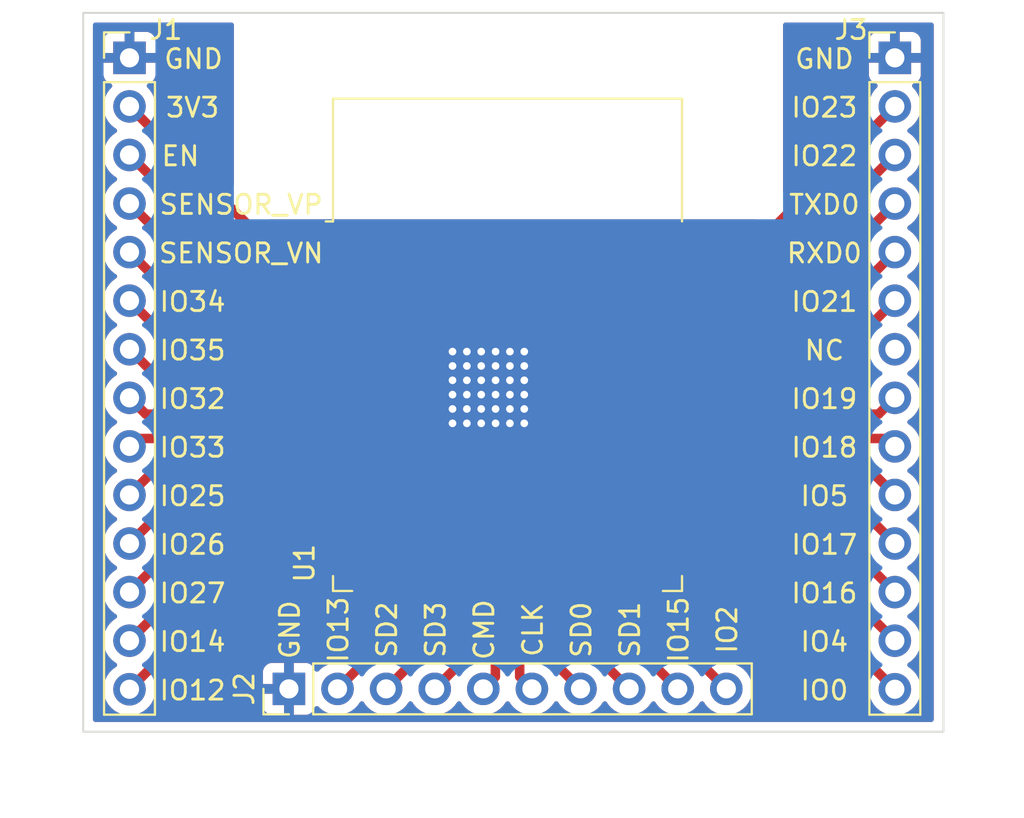
<source format=kicad_pcb>
(kicad_pcb (version 20211014) (generator pcbnew)
  (title_block (title "ESP32-WROOM-32D Breakout Board") (date "2022-01-07") (rev "1.0.0") (company "Sidings Media") (comment 1 "Licence: CC-BY-SA-4.0"))
  (layers (0 "F.Cu" signal) (31 "B.Cu" signal) (34 "B.Paste" user) (35 "F.Paste" user) (36 "B.SilkS" user "B.Silkscreen") (37 "F.SilkS" user "F.Silkscreen") (38 "B.Mask" user) (39 "F.Mask" user) (44 "Edge.Cuts" user))
  (net 0 "")
  (net 1 "GND")
  (net 2 "+3V3")
  (net 3 "/EN")
  (net 4 "/SENSOR_VP")
  (net 5 "/SENSOR_VN")
  (net 6 "/IO34")
  (net 7 "/IO35")
  (net 8 "/IO32")
  (net 9 "/IO33")
  (net 10 "/IO25")
  (net 11 "/IO26")
  (net 12 "/IO27")
  (net 13 "/IO14")
  (net 14 "/IO12")
  (net 15 "/IO13")
  (net 16 "/SD2")
  (net 17 "/SD3")
  (net 18 "/CMD")
  (net 19 "/CLK")
  (net 20 "/SD0")
  (net 21 "/SD1")
  (net 22 "/IO15")
  (net 23 "/IO2")
  (net 24 "/IO23")
  (net 25 "/IO22")
  (net 26 "/TXD0")
  (net 27 "/RXD0")
  (net 28 "/IO21")
  (net 30 "/IO19")
  (net 31 "/IO18")
  (net 32 "/IO5")
  (net 33 "/IO17")
  (net 34 "/IO16")
  (net 35 "/IO4")
  (net 36 "/IO0")
  (footprint "Connector_PinHeader_2.54mm:PinHeader_1x14_P2.54mm_Vertical" (layer "F.Cu") (at 175.768 92.65)
    (fp_text reference "J3" (at -2.286 -1.464) (layer "F.SilkS"))
    (fp_text value "Conn_01x14_Male")
    (fp_line (start -1.33 0) (end -1.33 -1.33) (layer "F.SilkS") (width 0.12))
    (fp_line (start 1.33 1.27) (end 1.33 34.35) (layer "F.SilkS") (width 0.12))
    (fp_line (start -1.33 -1.33) (end 0 -1.33) (layer "F.SilkS") (width 0.12))
    (fp_line (start -1.33 1.27) (end 1.33 1.27) (layer "F.SilkS") (width 0.12))
    (fp_line (start -1.33 34.35) (end 1.33 34.35) (layer "F.SilkS") (width 0.12))
    (fp_line (start -1.33 1.27) (end -1.33 34.35) (layer "F.SilkS") (width 0.12))
    (pad "1" thru_hole rect locked (at 0 0) (size 1.7 1.7) (drill 1) (layers *.Cu *.Mask) (net 1 "GND"))
    (pad "2" thru_hole oval locked (at 0 2.54) (size 1.7 1.7) (drill 1) (layers *.Cu *.Mask) (net 24 "/IO23"))
    (pad "3" thru_hole oval locked (at 0 5.08) (size 1.7 1.7) (drill 1) (layers *.Cu *.Mask) (net 25 "/IO22"))
    (pad "4" thru_hole oval locked (at 0 7.62) (size 1.7 1.7) (drill 1) (layers *.Cu *.Mask) (net 26 "/TXD0"))
    (pad "5" thru_hole oval locked (at 0 10.16) (size 1.7 1.7) (drill 1) (layers *.Cu *.Mask) (net 27 "/RXD0"))
    (pad "6" thru_hole oval locked (at 0 12.7) (size 1.7 1.7) (drill 1) (layers *.Cu *.Mask) (net 28 "/IO21"))
    (pad "7" thru_hole oval locked (at 0 15.24) (size 1.7 1.7) (drill 1) (layers *.Cu *.Mask))
    (pad "8" thru_hole oval locked (at 0 17.78) (size 1.7 1.7) (drill 1) (layers *.Cu *.Mask) (net 30 "/IO19"))
    (pad "9" thru_hole oval locked (at 0 20.32) (size 1.7 1.7) (drill 1) (layers *.Cu *.Mask) (net 31 "/IO18"))
    (pad "10" thru_hole oval locked (at 0 22.86) (size 1.7 1.7) (drill 1) (layers *.Cu *.Mask) (net 32 "/IO5"))
    (pad "11" thru_hole oval locked (at 0 25.4) (size 1.7 1.7) (drill 1) (layers *.Cu *.Mask) (net 33 "/IO17"))
    (pad "12" thru_hole oval locked (at 0 27.94) (size 1.7 1.7) (drill 1) (layers *.Cu *.Mask) (net 34 "/IO16"))
    (pad "13" thru_hole oval locked (at 0 30.48) (size 1.7 1.7) (drill 1) (layers *.Cu *.Mask) (net 35 "/IO4"))
    (pad "14" thru_hole oval locked (at 0 33.02) (size 1.7 1.7) (drill 1) (layers *.Cu *.Mask) (net 36 "/IO0"))
  )
  (footprint "RF_Module:ESP32-WROOM-32" (layer "F.Cu") (at 155.525 110.65)
    (fp_text reference "U1" (at -10.61 8.43 90) (layer "F.SilkS"))
    (fp_text value "ESP32-WROOM-32D")
    (fp_line (start -9.12 9.88) (end -8.12 9.88) (layer "F.SilkS") (width 0.12))
    (fp_line (start 9.12 9.1) (end 9.12 9.88) (layer "F.SilkS") (width 0.12))
    (fp_line (start 9.12 9.88) (end 8.12 9.88) (layer "F.SilkS") (width 0.12))
    (fp_line (start -9.12 -15.865) (end 9.12 -15.865) (layer "F.SilkS") (width 0.12))
    (fp_line (start 9.12 -15.865) (end 9.12 -9.445) (layer "F.SilkS") (width 0.12))
    (fp_line (start -9.12 -9.445) (end -9.5 -9.445) (layer "F.SilkS") (width 0.12))
    (fp_line (start -9.12 -15.865) (end -9.12 -9.445) (layer "F.SilkS") (width 0.12))
    (fp_line (start -9.12 9.1) (end -9.12 9.88) (layer "F.SilkS") (width 0.12))
    (pad "1" smd rect locked (at -8.5 -8.255) (size 2 0.9) (layers "F.Cu" "F.Paste" "F.Mask") (net 1 "GND"))
    (pad "2" smd rect locked (at -8.5 -6.985) (size 2 0.9) (layers "F.Cu" "F.Paste" "F.Mask") (net 2 "+3V3"))
    (pad "3" smd rect locked (at -8.5 -5.715) (size 2 0.9) (layers "F.Cu" "F.Paste" "F.Mask") (net 3 "/EN"))
    (pad "4" smd rect locked (at -8.5 -4.445) (size 2 0.9) (layers "F.Cu" "F.Paste" "F.Mask") (net 4 "/SENSOR_VP"))
    (pad "5" smd rect locked (at -8.5 -3.175) (size 2 0.9) (layers "F.Cu" "F.Paste" "F.Mask") (net 5 "/SENSOR_VN"))
    (pad "6" smd rect locked (at -8.5 -1.905) (size 2 0.9) (layers "F.Cu" "F.Paste" "F.Mask") (net 6 "/IO34"))
    (pad "7" smd rect locked (at -8.5 -0.635) (size 2 0.9) (layers "F.Cu" "F.Paste" "F.Mask") (net 7 "/IO35"))
    (pad "8" smd rect locked (at -8.5 0.635) (size 2 0.9) (layers "F.Cu" "F.Paste" "F.Mask") (net 8 "/IO32"))
    (pad "9" smd rect locked (at -8.5 1.905) (size 2 0.9) (layers "F.Cu" "F.Paste" "F.Mask") (net 9 "/IO33"))
    (pad "10" smd rect locked (at -8.5 3.175) (size 2 0.9) (layers "F.Cu" "F.Paste" "F.Mask") (net 10 "/IO25"))
    (pad "11" smd rect locked (at -8.5 4.445) (size 2 0.9) (layers "F.Cu" "F.Paste" "F.Mask") (net 11 "/IO26"))
    (pad "12" smd rect locked (at -8.5 5.715) (size 2 0.9) (layers "F.Cu" "F.Paste" "F.Mask") (net 12 "/IO27"))
    (pad "13" smd rect locked (at -8.5 6.985) (size 2 0.9) (layers "F.Cu" "F.Paste" "F.Mask") (net 13 "/IO14"))
    (pad "14" smd rect locked (at -8.5 8.255) (size 2 0.9) (layers "F.Cu" "F.Paste" "F.Mask") (net 14 "/IO12"))
    (pad "15" smd rect locked (at -5.715 9.255 90) (size 2 0.9) (layers "F.Cu" "F.Paste" "F.Mask") (net 1 "GND"))
    (pad "16" smd rect locked (at -4.445 9.255 90) (size 2 0.9) (layers "F.Cu" "F.Paste" "F.Mask") (net 15 "/IO13"))
    (pad "17" smd rect locked (at -3.175 9.255 90) (size 2 0.9) (layers "F.Cu" "F.Paste" "F.Mask") (net 16 "/SD2"))
    (pad "18" smd rect locked (at -1.905 9.255 90) (size 2 0.9) (layers "F.Cu" "F.Paste" "F.Mask") (net 17 "/SD3"))
    (pad "19" smd rect locked (at -0.635 9.255 90) (size 2 0.9) (layers "F.Cu" "F.Paste" "F.Mask") (net 18 "/CMD"))
    (pad "20" smd rect locked (at 0.635 9.255 90) (size 2 0.9) (layers "F.Cu" "F.Paste" "F.Mask") (net 19 "/CLK"))
    (pad "21" smd rect locked (at 1.905 9.255 90) (size 2 0.9) (layers "F.Cu" "F.Paste" "F.Mask") (net 20 "/SD0"))
    (pad "22" smd rect locked (at 3.175 9.255 90) (size 2 0.9) (layers "F.Cu" "F.Paste" "F.Mask") (net 21 "/SD1"))
    (pad "23" smd rect locked (at 4.445 9.255 90) (size 2 0.9) (layers "F.Cu" "F.Paste" "F.Mask") (net 22 "/IO15"))
    (pad "24" smd rect locked (at 5.715 9.255 90) (size 2 0.9) (layers "F.Cu" "F.Paste" "F.Mask") (net 23 "/IO2"))
    (pad "25" smd rect locked (at 8.5 8.255) (size 2 0.9) (layers "F.Cu" "F.Paste" "F.Mask") (net 36 "/IO0"))
    (pad "26" smd rect locked (at 8.5 6.985) (size 2 0.9) (layers "F.Cu" "F.Paste" "F.Mask") (net 35 "/IO4"))
    (pad "27" smd rect locked (at 8.5 5.715) (size 2 0.9) (layers "F.Cu" "F.Paste" "F.Mask") (net 34 "/IO16"))
    (pad "28" smd rect locked (at 8.5 4.445) (size 2 0.9) (layers "F.Cu" "F.Paste" "F.Mask") (net 33 "/IO17"))
    (pad "29" smd rect locked (at 8.5 3.175) (size 2 0.9) (layers "F.Cu" "F.Paste" "F.Mask") (net 32 "/IO5"))
    (pad "30" smd rect locked (at 8.5 1.905) (size 2 0.9) (layers "F.Cu" "F.Paste" "F.Mask") (net 31 "/IO18"))
    (pad "31" smd rect locked (at 8.5 0.635) (size 2 0.9) (layers "F.Cu" "F.Paste" "F.Mask") (net 30 "/IO19"))
    (pad "32" smd rect locked (at 8.5 -0.635) (size 2 0.9) (layers "F.Cu" "F.Paste" "F.Mask"))
    (pad "33" smd rect locked (at 8.5 -1.905) (size 2 0.9) (layers "F.Cu" "F.Paste" "F.Mask") (net 28 "/IO21"))
    (pad "34" smd rect locked (at 8.5 -3.175) (size 2 0.9) (layers "F.Cu" "F.Paste" "F.Mask") (net 27 "/RXD0"))
    (pad "35" smd rect locked (at 8.5 -4.445) (size 2 0.9) (layers "F.Cu" "F.Paste" "F.Mask") (net 26 "/TXD0"))
    (pad "36" smd rect locked (at 8.5 -5.715) (size 2 0.9) (layers "F.Cu" "F.Paste" "F.Mask") (net 25 "/IO22"))
    (pad "37" smd rect locked (at 8.5 -6.985) (size 2 0.9) (layers "F.Cu" "F.Paste" "F.Mask") (net 24 "/IO23"))
    (pad "38" smd rect locked (at 8.5 -8.255) (size 2 0.9) (layers "F.Cu" "F.Paste" "F.Mask") (net 1 "GND"))
    (pad "39" smd rect locked (at -1 -0.755) (size 5 5) (layers "F.Cu" "F.Paste" "F.Mask") (net 1 "GND"))
  )
  (footprint "Connector_PinHeader_2.54mm:PinHeader_1x10_P2.54mm_Vertical" (layer "F.Cu") (at 144.1 125.65 90)
    (fp_text reference "J2" (at 0 -2.33 90) (layer "F.SilkS"))
    (fp_text value "Conn_01x10_Male")
    (fp_line (start -1.33 0) (end -1.33 -1.33) (layer "F.SilkS") (width 0.12))
    (fp_line (start -1.33 1.27) (end 1.33 1.27) (layer "F.SilkS") (width 0.12))
    (fp_line (start -1.33 24.19) (end 1.33 24.19) (layer "F.SilkS") (width 0.12))
    (fp_line (start -1.33 -1.33) (end 0 -1.33) (layer "F.SilkS") (width 0.12))
    (fp_line (start 1.33 1.27) (end 1.33 24.19) (layer "F.SilkS") (width 0.12))
    (fp_line (start -1.33 1.27) (end -1.33 24.19) (layer "F.SilkS") (width 0.12))
    (pad "1" thru_hole rect locked (at 0 0 90) (size 1.7 1.7) (drill 1) (layers *.Cu *.Mask) (net 1 "GND"))
    (pad "2" thru_hole oval locked (at 0 2.54 90) (size 1.7 1.7) (drill 1) (layers *.Cu *.Mask) (net 15 "/IO13"))
    (pad "3" thru_hole oval locked (at 0 5.08 90) (size 1.7 1.7) (drill 1) (layers *.Cu *.Mask) (net 16 "/SD2"))
    (pad "4" thru_hole oval locked (at 0 7.62 90) (size 1.7 1.7) (drill 1) (layers *.Cu *.Mask) (net 17 "/SD3"))
    (pad "5" thru_hole oval locked (at 0 10.16 90) (size 1.7 1.7) (drill 1) (layers *.Cu *.Mask) (net 18 "/CMD"))
    (pad "6" thru_hole oval locked (at 0 12.7 90) (size 1.7 1.7) (drill 1) (layers *.Cu *.Mask) (net 19 "/CLK"))
    (pad "7" thru_hole oval locked (at 0 15.24 90) (size 1.7 1.7) (drill 1) (layers *.Cu *.Mask) (net 20 "/SD0"))
    (pad "8" thru_hole oval locked (at 0 17.78 90) (size 1.7 1.7) (drill 1) (layers *.Cu *.Mask) (net 21 "/SD1"))
    (pad "9" thru_hole oval locked (at 0 20.32 90) (size 1.7 1.7) (drill 1) (layers *.Cu *.Mask) (net 22 "/IO15"))
    (pad "10" thru_hole oval locked (at 0 22.86 90) (size 1.7 1.7) (drill 1) (layers *.Cu *.Mask) (net 23 "/IO2"))
  )
  (footprint "Connector_PinHeader_2.54mm:PinHeader_1x14_P2.54mm_Vertical" (layer "F.Cu") (at 135.768 92.65)
    (fp_text reference "J1" (at 1.9 -1.464) (layer "F.SilkS"))
    (fp_text value "Conn_01x14_Male")
    (fp_line (start -1.33 1.27) (end 1.33 1.27) (layer "F.SilkS") (width 0.12))
    (fp_line (start -1.33 0) (end -1.33 -1.33) (layer "F.SilkS") (width 0.12))
    (fp_line (start -1.33 1.27) (end -1.33 34.35) (layer "F.SilkS") (width 0.12))
    (fp_line (start -1.33 34.35) (end 1.33 34.35) (layer "F.SilkS") (width 0.12))
    (fp_line (start 1.33 1.27) (end 1.33 34.35) (layer "F.SilkS") (width 0.12))
    (fp_line (start -1.33 -1.33) (end 0 -1.33) (layer "F.SilkS") (width 0.12))
    (pad "1" thru_hole rect locked (at 0 0) (size 1.7 1.7) (drill 1) (layers *.Cu *.Mask) (net 1 "GND"))
    (pad "2" thru_hole oval locked (at 0 2.54) (size 1.7 1.7) (drill 1) (layers *.Cu *.Mask) (net 2 "+3V3"))
    (pad "3" thru_hole oval locked (at 0 5.08) (size 1.7 1.7) (drill 1) (layers *.Cu *.Mask) (net 3 "/EN"))
    (pad "4" thru_hole oval locked (at 0 7.62) (size 1.7 1.7) (drill 1) (layers *.Cu *.Mask) (net 4 "/SENSOR_VP"))
    (pad "5" thru_hole oval locked (at 0 10.16) (size 1.7 1.7) (drill 1) (layers *.Cu *.Mask) (net 5 "/SENSOR_VN"))
    (pad "6" thru_hole oval locked (at 0 12.7) (size 1.7 1.7) (drill 1) (layers *.Cu *.Mask) (net 6 "/IO34"))
    (pad "7" thru_hole oval locked (at 0 15.24) (size 1.7 1.7) (drill 1) (layers *.Cu *.Mask) (net 7 "/IO35"))
    (pad "8" thru_hole oval locked (at 0 17.78) (size 1.7 1.7) (drill 1) (layers *.Cu *.Mask) (net 8 "/IO32"))
    (pad "9" thru_hole oval locked (at 0 20.32) (size 1.7 1.7) (drill 1) (layers *.Cu *.Mask) (net 9 "/IO33"))
    (pad "10" thru_hole oval locked (at 0 22.86) (size 1.7 1.7) (drill 1) (layers *.Cu *.Mask) (net 10 "/IO25"))
    (pad "11" thru_hole oval locked (at 0 25.4) (size 1.7 1.7) (drill 1) (layers *.Cu *.Mask) (net 11 "/IO26"))
    (pad "12" thru_hole oval locked (at 0 27.94) (size 1.7 1.7) (drill 1) (layers *.Cu *.Mask) (net 12 "/IO27"))
    (pad "13" thru_hole oval locked (at 0 30.48) (size 1.7 1.7) (drill 1) (layers *.Cu *.Mask) (net 13 "/IO14"))
    (pad "14" thru_hole oval locked (at 0 33.02) (size 1.7 1.7) (drill 1) (layers *.Cu *.Mask) (net 14 "/IO12"))
  )
  (gr_rect (start 133.35 90.297) (end 178.308 127.889) (layer "Edge.Cuts") (width 0.1) (fill none))
  (gr_text "GND" (at 172.085 92.71) (layer "F.SilkS") (effects (font (size 1 1))))
  (gr_text "IO4" (at 172.085 123.19) (layer "F.SilkS") (effects (font (size 1 1))))
  (gr_text "IO12" (at 139.065 125.73) (layer "F.SilkS") (effects (font (size 1 1))))
  (gr_text "SENSOR_VN" (at 141.605 102.87) (layer "F.SilkS") (effects (font (size 1 1))))
  (gr_text "IO19" (at 172.085 110.49) (layer "F.SilkS") (effects (font (size 1 1))))
  (gr_text "EN" (at 138.43 97.79) (layer "F.SilkS") (effects (font (size 1 1))))
  (gr_text "GND" (at 144.145 122.555 90) (layer "F.SilkS") (effects (font (size 1 1))))
  (gr_text "IO21" (at 172.085 105.41) (layer "F.SilkS") (effects (font (size 1 1))))
  (gr_text "IO27" (at 139.065 120.65) (layer "F.SilkS") (effects (font (size 1 1))))
  (gr_text "IO25" (at 139.065 115.57) (layer "F.SilkS") (effects (font (size 1 1))))
  (gr_text "IO23" (at 172.085 95.25) (layer "F.SilkS") (effects (font (size 1 1))))
  (gr_text "IO16" (at 172.085 120.65) (layer "F.SilkS") (effects (font (size 1 1))))
  (gr_text "SD1" (at 161.925 122.555 90) (layer "F.SilkS") (effects (font (size 1 1))))
  (gr_text "SD3" (at 151.765 122.555 90) (layer "F.SilkS") (effects (font (size 1 1))))
  (gr_text "IO15" (at 164.465 122.555 90) (layer "F.SilkS") (effects (font (size 1 1))))
  (gr_text "IO34" (at 139.065 105.41) (layer "F.SilkS") (effects (font (size 1 1))))
  (gr_text "RXD0" (at 172.085 102.87) (layer "F.SilkS") (effects (font (size 1 1))))
  (gr_text "SENSOR_VP" (at 141.605 100.33) (layer "F.SilkS") (effects (font (size 1 1))))
  (gr_text "SD2" (at 149.225 122.555 90) (layer "F.SilkS") (effects (font (size 1 1))))
  (gr_text "NC" (at 172.085 107.95) (layer "F.SilkS") (effects (font (size 1 1))))
  (gr_text "IO13" (at 146.685 122.555 90) (layer "F.SilkS") (effects (font (size 1 1))))
  (gr_text "IO32" (at 139.065 110.49) (layer "F.SilkS") (effects (font (size 1 1))))
  (gr_text "IO26" (at 139.065 118.11) (layer "F.SilkS") (effects (font (size 1 1))))
  (gr_text "3V3" (at 139.065 95.25) (layer "F.SilkS") (effects (font (size 1 1))))
  (gr_text "IO35" (at 139.065 107.95) (layer "F.SilkS") (effects (font (size 1 1))))
  (gr_text "SD0" (at 159.385 122.555 90) (layer "F.SilkS") (effects (font (size 1 1))))
  (gr_text "IO0" (at 172.085 125.73) (layer "F.SilkS") (effects (font (size 1 1))))
  (gr_text "GND" (at 139.1158 92.71) (layer "F.SilkS") (effects (font (size 1 1))))
  (gr_text "IO17" (at 172.085 118.11) (layer "F.SilkS") (effects (font (size 1 1))))
  (gr_text "CLK" (at 156.845 122.555 90) (layer "F.SilkS") (effects (font (size 1 1))))
  (gr_text "IO22" (at 172.085 97.79) (layer "F.SilkS") (effects (font (size 1 1))))
  (gr_text "IO5" (at 172.085 115.57) (layer "F.SilkS") (effects (font (size 1 1))))
  (gr_text "IO14" (at 139.065 123.19) (layer "F.SilkS") (effects (font (size 1 1))))
  (gr_text "CMD" (at 154.305 122.555 90) (layer "F.SilkS") (effects (font (size 1 1))))
  (gr_text "IO33" (at 139.065 113.03) (layer "F.SilkS") (effects (font (size 1 1))))
  (gr_text "TXD0" (at 172.085 100.33) (layer "F.SilkS") (effects (font (size 1 1))))
  (gr_text "IO18" (at 172.085 113.03) (layer "F.SilkS") (effects (font (size 1 1))))
  (gr_text "IO2" (at 167.005 122.555 90) (layer "F.SilkS") (effects (font (size 1 1))))
  (via (at 154.9 109.5128) (size 0.8) (drill 0.4) (layers "F.Cu" "B.Cu") (net 1))
  (via (at 154.15 109.5128) (size 0.8) (drill 0.4) (layers "F.Cu" "B.Cu") (net 1))
  (via (at 155.65 110.2628) (size 0.8) (drill 0.4) (layers "F.Cu" "B.Cu") (net 1))
  (via (at 155.65 111.7628) (size 0.8) (drill 0.4) (layers "F.Cu" "B.Cu") (net 1))
  (via (at 156.4 111.0128) (size 0.8) (drill 0.4) (layers "F.Cu" "B.Cu") (net 1))
  (via (at 154.15 111.0128) (size 0.8) (drill 0.4) (layers "F.Cu" "B.Cu") (net 1))
  (via (at 153.4 111.7628) (size 0.8) (drill 0.4) (layers "F.Cu" "B.Cu") (net 1))
  (via (at 153.4 108.0128) (size 0.8) (drill 0.4) (layers "F.Cu" "B.Cu") (net 1))
  (via (at 154.9 111.7628) (size 0.8) (drill 0.4) (layers "F.Cu" "B.Cu") (net 1))
  (via (at 153.4 108.7628) (size 0.8) (drill 0.4) (layers "F.Cu" "B.Cu") (net 1))
  (via (at 156.4 108.7628) (size 0.8) (drill 0.4) (layers "F.Cu" "B.Cu") (net 1))
  (via (at 154.9 108.7628) (size 0.8) (drill 0.4) (layers "F.Cu" "B.Cu") (net 1))
  (via (at 156.4 109.5128) (size 0.8) (drill 0.4) (layers "F.Cu" "B.Cu") (net 1))
  (via (at 152.65 110.2628) (size 0.8) (drill 0.4) (layers "F.Cu" "B.Cu") (net 1))
  (via (at 156.4 108.0128) (size 0.8) (drill 0.4) (layers "F.Cu" "B.Cu") (net 1))
  (via (at 152.65 109.5128) (size 0.8) (drill 0.4) (layers "F.Cu" "B.Cu") (net 1))
  (via (at 155.65 109.5128) (size 0.8) (drill 0.4) (layers "F.Cu" "B.Cu") (net 1))
  (via (at 154.15 108.0128) (size 0.8) (drill 0.4) (layers "F.Cu" "B.Cu") (net 1))
  (via (at 152.65 111.0128) (size 0.8) (drill 0.4) (layers "F.Cu" "B.Cu") (net 1))
  (via (at 153.4 109.5128) (size 0.8) (drill 0.4) (layers "F.Cu" "B.Cu") (net 1))
  (via (at 156.4 111.7628) (size 0.8) (drill 0.4) (layers "F.Cu" "B.Cu") (net 1))
  (via (at 154.9 111.0128) (size 0.8) (drill 0.4) (layers "F.Cu" "B.Cu") (net 1))
  (via (at 154.15 111.7628) (size 0.8) (drill 0.4) (layers "F.Cu" "B.Cu") (net 1))
  (via (at 152.65 108.0128) (size 0.8) (drill 0.4) (layers "F.Cu" "B.Cu") (net 1))
  (via (at 152.65 108.7628) (size 0.8) (drill 0.4) (layers "F.Cu" "B.Cu") (net 1))
  (via (at 153.4 110.2628) (size 0.8) (drill 0.4) (layers "F.Cu" "B.Cu") (net 1))
  (via (at 152.65 111.7628) (size 0.8) (drill 0.4) (layers "F.Cu" "B.Cu") (net 1))
  (via (at 154.15 110.2628) (size 0.8) (drill 0.4) (layers "F.Cu" "B.Cu") (net 1))
  (via (at 153.4 111.0128) (size 0.8) (drill 0.4) (layers "F.Cu" "B.Cu") (net 1))
  (via (at 155.65 108.0128) (size 0.8) (drill 0.4) (layers "F.Cu" "B.Cu") (net 1))
  (via (at 155.65 108.7628) (size 0.8) (drill 0.4) (layers "F.Cu" "B.Cu") (net 1))
  (via (at 155.65 111.0128) (size 0.8) (drill 0.4) (layers "F.Cu" "B.Cu") (net 1))
  (via (at 154.15 108.7628) (size 0.8) (drill 0.4) (layers "F.Cu" "B.Cu") (net 1))
  (via (at 154.9 108.0128) (size 0.8) (drill 0.4) (layers "F.Cu" "B.Cu") (net 1))
  (via (at 154.9 110.2628) (size 0.8) (drill 0.4) (layers "F.Cu" "B.Cu") (net 1))
  (via (at 156.4 110.2628) (size 0.8) (drill 0.4) (layers "F.Cu" "B.Cu") (net 1))
  (segment (start 147.025 103.665) (end 144.243 103.665) (width 0.5) (layer "F.Cu") (net 2))
  (segment (start 144.243 103.665) (end 135.768 95.19) (width 0.5) (layer "F.Cu") (net 2))
  (segment (start 147.025 104.935) (end 142.973 104.935) (width 0.5) (layer "F.Cu") (net 3))
  (segment (start 142.973 104.935) (end 135.768 97.73) (width 0.5) (layer "F.Cu") (net 3))
  (segment (start 141.703 106.205) (end 135.768 100.27) (width 0.5) (layer "F.Cu") (net 4))
  (segment (start 147.025 106.205) (end 141.703 106.205) (width 0.5) (layer "F.Cu") (net 4))
  (segment (start 147.025 107.475) (end 140.433 107.475) (width 0.5) (layer "F.Cu") (net 5))
  (segment (start 140.433 107.475) (end 135.768 102.81) (width 0.5) (layer "F.Cu") (net 5))
  (segment (start 147.025 108.745) (end 139.163 108.745) (width 0.5) (layer "F.Cu") (net 6))
  (segment (start 139.163 108.745) (end 135.768 105.35) (width 0.5) (layer "F.Cu") (net 6))
  (segment (start 147.025 110.015) (end 137.893 110.015) (width 0.5) (layer "F.Cu") (net 7))
  (segment (start 137.893 110.015) (end 135.768 107.89) (width 0.5) (layer "F.Cu") (net 7))
  (segment (start 147.025 111.285) (end 136.623 111.285) (width 0.5) (layer "F.Cu") (net 8))
  (segment (start 136.623 111.285) (end 135.768 110.43) (width 0.5) (layer "F.Cu") (net 8))
  (segment (start 136.183 112.555) (end 135.768 112.97) (width 0.25) (layer "F.Cu") (net 9))
  (segment (start 147.025 112.555) (end 136.183 112.555) (width 0.5) (layer "F.Cu") (net 9))
  (segment (start 137.453 113.825) (end 135.768 115.51) (width 0.5) (layer "F.Cu") (net 10))
  (segment (start 147.025 113.825) (end 137.453 113.825) (width 0.5) (layer "F.Cu") (net 10))
  (segment (start 138.723 115.095) (end 135.768 118.05) (width 0.5) (layer "F.Cu") (net 11))
  (segment (start 147.025 115.095) (end 138.723 115.095) (width 0.5) (layer "F.Cu") (net 11))
  (segment (start 139.993 116.365) (end 135.768 120.59) (width 0.5) (layer "F.Cu") (net 12))
  (segment (start 147.025 116.365) (end 139.993 116.365) (width 0.5) (layer "F.Cu") (net 12))
  (segment (start 141.263 117.635) (end 135.768 123.13) (width 0.5) (layer "F.Cu") (net 13))
  (segment (start 147.025 117.635) (end 141.263 117.635) (width 0.5) (layer "F.Cu") (net 13))
  (segment (start 142.461 118.905) (end 142.461 118.977) (width 0.25) (layer "F.Cu") (net 14))
  (segment (start 147.025 118.905) (end 142.461 118.905) (width 0.5) (layer "F.Cu") (net 14))
  (segment (start 142.461 118.977) (end 135.768 125.67) (width 0.5) (layer "F.Cu") (net 14))
  (segment (start 151.08 121.21) (end 146.64 125.65) (width 0.5) (layer "F.Cu") (net 15))
  (segment (start 151.08 119.905) (end 151.08 121.21) (width 0.5) (layer "F.Cu") (net 15))
  (segment (start 152.35 122.48) (end 149.18 125.65) (width 0.5) (layer "F.Cu") (net 16))
  (segment (start 152.35 119.905) (end 152.35 122.48) (width 0.5) (layer "F.Cu") (net 16))
  (segment (start 153.62 119.905) (end 153.62 123.75) (width 0.5) (layer "F.Cu") (net 17))
  (segment (start 153.62 123.75) (end 151.72 125.65) (width 0.5) (layer "F.Cu") (net 17))
  (segment (start 154.89 125.02) (end 154.26 125.65) (width 0.25) (layer "F.Cu") (net 18))
  (segment (start 154.89 119.905) (end 154.89 125.02) (width 0.5) (layer "F.Cu") (net 18))
  (segment (start 156.16 125.01) (end 156.8 125.65) (width 0.25) (layer "F.Cu") (net 19))
  (segment (start 156.16 119.905) (end 156.16 125.01) (width 0.5) (layer "F.Cu") (net 19))
  (segment (start 157.43 119.905) (end 157.43 123.74) (width 0.5) (layer "F.Cu") (net 20))
  (segment (start 157.43 123.74) (end 159.34 125.65) (width 0.5) (layer "F.Cu") (net 20))
  (segment (start 158.7 122.47) (end 161.88 125.65) (width 0.5) (layer "F.Cu") (net 21))
  (segment (start 158.7 119.905) (end 158.7 122.47) (width 0.5) (layer "F.Cu") (net 21))
  (segment (start 159.97 119.905) (end 159.97 121.2) (width 0.5) (layer "F.Cu") (net 22))
  (segment (start 159.97 121.2) (end 164.42 125.65) (width 0.5) (layer "F.Cu") (net 22))
  (segment (start 161.24 119.905) (end 161.24 119.93) (width 0.25) (layer "F.Cu") (net 23))
  (segment (start 161.24 119.93) (end 166.96 125.65) (width 0.5) (layer "F.Cu") (net 23))
  (segment (start 164.025 103.665) (end 167.293 103.665) (width 0.5) (layer "F.Cu") (net 24))
  (segment (start 167.293 103.665) (end 175.768 95.19) (width 0.5) (layer "F.Cu") (net 24))
  (segment (start 168.563 104.935) (end 175.768 97.73) (width 0.5) (layer "F.Cu") (net 25))
  (segment (start 164.025 104.935) (end 168.563 104.935) (width 0.5) (layer "F.Cu") (net 25))
  (segment (start 164.025 106.205) (end 169.833 106.205) (width 0.5) (layer "F.Cu") (net 26))
  (segment (start 169.833 106.205) (end 175.768 100.27) (width 0.5) (layer "F.Cu") (net 26))
  (segment (start 171.103 107.475) (end 175.768 102.81) (width 0.5) (layer "F.Cu") (net 27))
  (segment (start 164.025 107.475) (end 171.103 107.475) (width 0.5) (layer "F.Cu") (net 27))
  (segment (start 164.025 108.745) (end 172.373 108.745) (width 0.5) (layer "F.Cu") (net 28))
  (segment (start 172.373 108.745) (end 175.768 105.35) (width 0.5) (layer "F.Cu") (net 28))
  (segment (start 175.768 110.43) (end 174.913 111.285) (width 0.5) (layer "F.Cu") (net 30))
  (segment (start 174.913 111.285) (end 164.025 111.285) (width 0.5) (layer "F.Cu") (net 30))
  (segment (start 164.025 112.555) (end 175.353 112.555) (width 0.5) (layer "F.Cu") (net 31))
  (segment (start 175.353 112.555) (end 175.768 112.97) (width 0.25) (layer "F.Cu") (net 31))
  (segment (start 174.083 113.825) (end 175.768 115.51) (width 0.5) (layer "F.Cu") (net 32))
  (segment (start 164.025 113.825) (end 174.083 113.825) (width 0.5) (layer "F.Cu") (net 32))
  (segment (start 164.025 115.095) (end 172.813 115.095) (width 0.5) (layer "F.Cu") (net 33))
  (segment (start 172.813 115.095) (end 175.768 118.05) (width 0.5) (layer "F.Cu") (net 33))
  (segment (start 171.543 116.365) (end 175.768 120.59) (width 0.5) (layer "F.Cu") (net 34))
  (segment (start 164.025 116.365) (end 171.543 116.365) (width 0.5) (layer "F.Cu") (net 34))
  (segment (start 164.025 117.635) (end 170.273 117.635) (width 0.5) (layer "F.Cu") (net 35))
  (segment (start 170.273 117.635) (end 175.768 123.13) (width 0.5) (layer "F.Cu") (net 35))
  (segment (start 169.003 118.905) (end 175.768 125.67) (width 0.5) (layer "F.Cu") (net 36))
  (segment (start 164.025 118.905) (end 169.003 118.905) (width 0.5) (layer "F.Cu") (net 36))
  (zone (net 1) (net_name "GND") (layers F&B.Cu) (priority 5) (connect_pads (clearance 0.508)) (min_thickness 0.254) (fill yes (thermal_gap 0.508) (thermal_bridge_width 0.508))
    (polygon (pts (xy 141.224 101.092) (xy 169.926 101.092) (xy 169.926 90.424) (xy 178.054 90.424) (xy 178.054 127.762) (xy 133.604 127.762) (xy 133.604 90.424) (xy 141.224 90.424)))
  )
)
</source>
